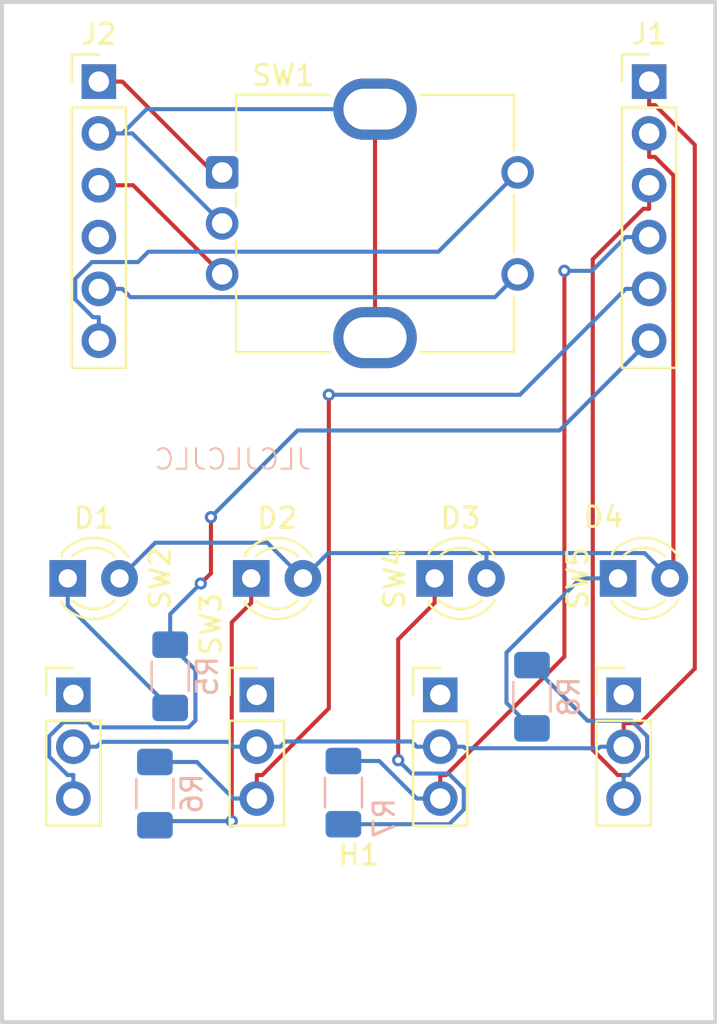
<source format=kicad_pcb>
(kicad_pcb (version 20240108) (generator "pcbnew") (generator_version "8.0")
  (layers (0 "F.Cu" signal) (31 "B.Cu" signal) (34 "B.Paste" user) (35 "F.Paste" user) (36 "B.SilkS" user "B.Silkscreen") (37 "F.SilkS" user "F.Silkscreen") (38 "B.Mask" user) (39 "F.Mask" user) (44 "Edge.Cuts" user))
  (net 0 "")
  (net 1 "Net-(J1-Pin_6)")
  (net 2 "Net-(J1-Pin_4)")
  (net 3 "Net-(J1-Pin_1)")
  (net 4 "Net-(J1-Pin_3)")
  (net 5 "Net-(J1-Pin_5)")
  (net 6 "Net-(J2-Pin_6)")
  (net 7 "Net-(J2-Pin_3)")
  (net 8 "Net-(J2-Pin_5)")
  (net 9 "Net-(J2-Pin_1)")
  (net 11 "Net-(J2-Pin_2)")
  (net 16 "Net-(D1-K)")
  (net 17 "Net-(D1-A)")
  (net 18 "Net-(D2-K)")
  (net 19 "Net-(D3-K)")
  (net 20 "Net-(D4-K)")
  (footprint "Connector_PinHeader_2.54mm:PinHeader_1x03_P2.54mm_Vertical" (layer "F.Cu") (at 166.5 87.96)
    (property "Reference" "SW5" (at -2.25 -5.709999 90) (layer "F.SilkS"))
    (property "Value" "SW_Push_SPDT")
    (fp_line (start -1.33 -1.33) (end 0 -1.33) (stroke (width 0.12)) (layer "F.SilkS"))
    (fp_line (start -1.33 0) (end -1.33 -1.33) (stroke (width 0.12)) (layer "F.SilkS"))
    (fp_line (start -1.33 1.27) (end -1.33 6.41) (stroke (width 0.12)) (layer "F.SilkS"))
    (fp_line (start -1.33 1.27) (end 1.33 1.27) (stroke (width 0.12)) (layer "F.SilkS"))
    (fp_line (start -1.33 6.41) (end 1.33 6.41) (stroke (width 0.12)) (layer "F.SilkS"))
    (fp_line (start 1.33 1.27) (end 1.33 6.41) (stroke (width 0.12)) (layer "F.SilkS"))
    (pad "1" thru_hole rect (at 0 0) (size 1.7 1.7) (drill 1) (layers "*.Cu" "*.Mask"))
    (pad "2" thru_hole oval (at 0 2.54) (size 1.7 1.7) (drill 1) (layers "*.Cu" "*.Mask") (net 3 "Net-(J1-Pin_1)"))
    (pad "3" thru_hole oval (at 0 5.08) (size 1.7 1.7) (drill 1) (layers "*.Cu" "*.Mask") (net 4 "Net-(J1-Pin_3)"))
  )
  (footprint "Connector_PinHeader_2.54mm:PinHeader_1x03_P2.54mm_Vertical" (layer "F.Cu") (at 148.5 87.96)
    (property "Reference" "SW3" (at -2.25 -3.46 90) (layer "F.SilkS"))
    (property "Value" "SW_Push_SPDT" (hide yes))
    (fp_line (start -1.33 -1.33) (end 0 -1.33) (stroke (width 0.12)) (layer "F.SilkS"))
    (fp_line (start -1.33 0) (end -1.33 -1.33) (stroke (width 0.12)) (layer "F.SilkS"))
    (fp_line (start -1.33 1.27) (end -1.33 6.41) (stroke (width 0.12)) (layer "F.SilkS"))
    (fp_line (start -1.33 1.27) (end 1.33 1.27) (stroke (width 0.12)) (layer "F.SilkS"))
    (fp_line (start -1.33 6.41) (end 1.33 6.41) (stroke (width 0.12)) (layer "F.SilkS"))
    (fp_line (start 1.33 1.27) (end 1.33 6.41) (stroke (width 0.12)) (layer "F.SilkS"))
    (pad "1" thru_hole rect (at 0 0) (size 1.7 1.7) (drill 1) (layers "*.Cu" "*.Mask"))
    (pad "2" thru_hole oval (at 0 2.54) (size 1.7 1.7) (drill 1) (layers "*.Cu" "*.Mask") (net 3 "Net-(J1-Pin_1)"))
    (pad "3" thru_hole oval (at 0 5.08) (size 1.7 1.7) (drill 1) (layers "*.Cu" "*.Mask") (net 5 "Net-(J1-Pin_5)"))
  )
  (footprint "LED_THT:LED_D3.0mm" (layer "F.Cu") (at 139.225 82.25)
    (property "Reference" "D1" (at 1.27 -2.96 0) (layer "F.SilkS"))
    (property "Value" "LED")
    (fp_line (start -0.29 -1.236) (end -0.29 -1.08) (stroke (width 0.12)) (layer "F.SilkS"))
    (fp_line (start -0.29 1.08) (end -0.29 1.236) (stroke (width 0.12)) (layer "F.SilkS"))
    (fp_arc (start -0.29 -1.235516) (mid 1.366487 -1.987659) (end 2.942335 -1.078608) (stroke (width 0.12)) (layer "F.SilkS"))
    (fp_arc (start 0.229039 -1.08) (mid 1.270117 -1.5) (end 2.31113 -1.079837) (stroke (width 0.12)) (layer "F.SilkS"))
    (fp_arc (start 2.31113 1.079837) (mid 1.270117 1.5) (end 0.229039 1.08) (stroke (width 0.12)) (layer "F.SilkS"))
    (fp_arc (start 2.942335 1.078608) (mid 1.366487 1.987659) (end -0.29 1.235516) (stroke (width 0.12)) (layer "F.SilkS"))
    (pad "1" thru_hole rect (at 0 0) (size 1.8 1.8) (drill 0.9) (layers "*.Cu" "*.Mask") (net 16 "Net-(D1-K)"))
    (pad "2" thru_hole circle (at 2.54 0) (size 1.8 1.8) (drill 0.9) (layers "*.Cu" "*.Mask") (net 17 "Net-(D1-A)"))
  )
  (footprint "Connector_PinHeader_2.54mm:PinHeader_1x03_P2.54mm_Vertical" (layer "F.Cu") (at 139.5 87.96)
    (property "Reference" "SW2" (at 4.25 -5.709999 90) (layer "F.SilkS"))
    (property "Value" "SW_Push_SPDT" (hide yes))
    (fp_line (start -1.33 -1.33) (end 0 -1.33) (stroke (width 0.12)) (layer "F.SilkS"))
    (fp_line (start -1.33 0) (end -1.33 -1.33) (stroke (width 0.12)) (layer "F.SilkS"))
    (fp_line (start -1.33 1.27) (end -1.33 6.41) (stroke (width 0.12)) (layer "F.SilkS"))
    (fp_line (start -1.33 1.27) (end 1.33 1.27) (stroke (width 0.12)) (layer "F.SilkS"))
    (fp_line (start -1.33 6.41) (end 1.33 6.41) (stroke (width 0.12)) (layer "F.SilkS"))
    (fp_line (start 1.33 1.27) (end 1.33 6.41) (stroke (width 0.12)) (layer "F.SilkS"))
    (pad "1" thru_hole rect (at 0 0) (size 1.7 1.7) (drill 1) (layers "*.Cu" "*.Mask"))
    (pad "2" thru_hole oval (at 0 2.54) (size 1.7 1.7) (drill 1) (layers "*.Cu" "*.Mask") (net 3 "Net-(J1-Pin_1)"))
    (pad "3" thru_hole oval (at 0 5.08) (size 1.7 1.7) (drill 1) (layers "*.Cu" "*.Mask") (net 1 "Net-(J1-Pin_6)"))
  )
  (footprint "Connector_PinHeader_2.54mm:PinHeader_1x06_P2.54mm_Vertical" (layer "F.Cu") (at 140.75 57.9)
    (property "Reference" "J2" (at 0 -2.33 0) (layer "F.SilkS"))
    (property "Value" "Conn_01x06_Pin")
    (fp_line (start -1.33 -1.33) (end 0 -1.33) (stroke (width 0.12)) (layer "F.SilkS"))
    (fp_line (start -1.33 0) (end -1.33 -1.33) (stroke (width 0.12)) (layer "F.SilkS"))
    (fp_line (start -1.33 1.27) (end -1.33 14.03) (stroke (width 0.12)) (layer "F.SilkS"))
    (fp_line (start -1.33 1.27) (end 1.33 1.27) (stroke (width 0.12)) (layer "F.SilkS"))
    (fp_line (start -1.33 14.03) (end 1.33 14.03) (stroke (width 0.12)) (layer "F.SilkS"))
    (fp_line (start 1.33 1.27) (end 1.33 14.03) (stroke (width 0.12)) (layer "F.SilkS"))
    (pad "1" thru_hole rect (at 0 0) (size 1.7 1.7) (drill 1) (layers "*.Cu" "*.Mask") (net 9 "Net-(J2-Pin_1)"))
    (pad "2" thru_hole oval (at 0 2.54) (size 1.7 1.7) (drill 1) (layers "*.Cu" "*.Mask") (net 11 "Net-(J2-Pin_2)"))
    (pad "3" thru_hole oval (at 0 5.08) (size 1.7 1.7) (drill 1) (layers "*.Cu" "*.Mask") (net 7 "Net-(J2-Pin_3)"))
    (pad "4" thru_hole oval (at 0 7.62) (size 1.7 1.7) (drill 1) (layers "*.Cu" "*.Mask"))
    (pad "5" thru_hole oval (at 0 10.16) (size 1.7 1.7) (drill 1) (layers "*.Cu" "*.Mask") (net 8 "Net-(J2-Pin_5)"))
    (pad "6" thru_hole oval (at 0 12.7) (size 1.7 1.7) (drill 1) (layers "*.Cu" "*.Mask") (net 6 "Net-(J2-Pin_6)"))
  )
  (footprint "LED_THT:LED_D3.0mm" (layer "F.Cu") (at 166.225 82.25)
    (property "Reference" "D4" (at -0.725 -3 0) (layer "F.SilkS"))
    (property "Value" "LED")
    (fp_line (start -0.29 -1.236) (end -0.29 -1.08) (stroke (width 0.12)) (layer "F.SilkS"))
    (fp_line (start -0.29 1.08) (end -0.29 1.236) (stroke (width 0.12)) (layer "F.SilkS"))
    (fp_arc (start -0.29 -1.235516) (mid 1.366487 -1.987659) (end 2.942335 -1.078608) (stroke (width 0.12)) (layer "F.SilkS"))
    (fp_arc (start 0.229039 -1.08) (mid 1.270117 -1.5) (end 2.31113 -1.079837) (stroke (width 0.12)) (layer "F.SilkS"))
    (fp_arc (start 2.31113 1.079837) (mid 1.270117 1.5) (end 0.229039 1.08) (stroke (width 0.12)) (layer "F.SilkS"))
    (fp_arc (start 2.942335 1.078608) (mid 1.366487 1.987659) (end -0.29 1.235516) (stroke (width 0.12)) (layer "F.SilkS"))
    (pad "1" thru_hole rect (at 0 0) (size 1.8 1.8) (drill 0.9) (layers "*.Cu" "*.Mask") (net 20 "Net-(D4-K)"))
    (pad "2" thru_hole circle (at 2.54 0) (size 1.8 1.8) (drill 0.9) (layers "*.Cu" "*.Mask") (net 17 "Net-(D1-A)"))
  )
  (footprint "MountingHole:MountingHole_3.2mm_M3" (layer "F.Cu") (at 153.5 100)
    (property "Reference" "H1" (at 0 -4.2 0) (layer "F.SilkS"))
    (property "Value" "MountingHole" (hide yes))
    (pad "" np_thru_hole circle (at 0 0) (size 3.2 3.2) (drill 3.2) (layers "*.Cu" "*.Mask"))
  )
  (footprint "Rotary_Encoder:RotaryEncoder_Bourns_Vertical_PEC12R-3x17F-Sxxxx" (layer "F.Cu") (at 146.8 62.35)
    (property "Reference" "SW1" (at 3 -4.75 180) (layer "F.SilkS"))
    (property "Value" "RotaryEncoder_Switch_MP" (hide yes))
    (fp_line (start 0.69 -3.81) (end 5.3 -3.81) (stroke (width 0.12)) (layer "F.SilkS"))
    (fp_line (start 0.69 -1.05) (end 0.69 -3.81) (stroke (width 0.12)) (layer "F.SilkS"))
    (fp_line (start 0.69 1.05) (end 0.69 1.65) (stroke (width 0.12)) (layer "F.SilkS"))
    (fp_line (start 0.69 3.35) (end 0.69 4.15) (stroke (width 0.12)) (layer "F.SilkS"))
    (fp_line (start 0.69 5.85) (end 0.69 8.81) (stroke (width 0.12)) (layer "F.SilkS"))
    (fp_line (start 5.3 8.81) (end 0.69 8.81) (stroke (width 0.12)) (layer "F.SilkS"))
    (fp_line (start 9.7 -3.8) (end 14.31 -3.8) (stroke (width 0.12)) (layer "F.SilkS"))
    (fp_line (start 14.31 -3.8) (end 14.31 -1.1) (stroke (width 0.12)) (layer "F.SilkS"))
    (fp_line (start 14.31 1.1) (end 14.31 3.9) (stroke (width 0.12)) (layer "F.SilkS"))
    (fp_line (start 14.31 6.1) (end 14.31 8.81) (stroke (width 0.12)) (layer "F.SilkS"))
    (fp_line (start 14.31 8.81) (end 9.7 8.81) (stroke (width 0.12)) (layer "F.SilkS"))
    (pad "A" thru_hole roundrect (at 0 0) (size 1.6 1.6) (drill 1) (layers "*.Cu" "*.Mask") (roundrect_rratio 0.15625) (net 9 "Net-(J2-Pin_1)"))
    (pad "B" thru_hole circle (at 0 5) (size 1.6 1.6) (drill 1) (layers "*.Cu" "*.Mask") (net 7 "Net-(J2-Pin_3)"))
    (pad "C" thru_hole circle (at 0 2.5) (size 1.6 1.6) (drill 1) (layers "*.Cu" "*.Mask") (net 11 "Net-(J2-Pin_2)"))
    (pad "S1" thru_hole circle (at 14.5 0) (size 1.6 1.6) (drill 1) (layers "*.Cu" "*.Mask") (net 6 "Net-(J2-Pin_6)"))
    (pad "S2" thru_hole circle (at 14.5 5) (size 1.6 1.6) (drill 1) (layers "*.Cu" "*.Mask") (net 8 "Net-(J2-Pin_5)"))
    (pad "SH" thru_hole oval (at 7.5 -3.1) (size 4.1 3) (drill oval 3.1 2) (layers "*.Cu" "*.Mask") (net 11 "Net-(J2-Pin_2)"))
    (pad "SH" thru_hole oval (at 7.5 8.1) (size 4.1 3) (drill oval 3.1 2) (layers "*.Cu" "*.Mask") (net 11 "Net-(J2-Pin_2)"))
  )
  (footprint "LED_THT:LED_D3.0mm" (layer "F.Cu") (at 148.225 82.25)
    (property "Reference" "D2" (at 1.27 -2.96 0) (layer "F.SilkS"))
    (property "Value" "LED")
    (fp_line (start -0.29 -1.236) (end -0.29 -1.08) (stroke (width 0.12)) (layer "F.SilkS"))
    (fp_line (start -0.29 1.08) (end -0.29 1.236) (stroke (width 0.12)) (layer "F.SilkS"))
    (fp_arc (start -0.29 -1.235516) (mid 1.366487 -1.987659) (end 2.942335 -1.078608) (stroke (width 0.12)) (layer "F.SilkS"))
    (fp_arc (start 0.229039 -1.08) (mid 1.270117 -1.5) (end 2.31113 -1.079837) (stroke (width 0.12)) (layer "F.SilkS"))
    (fp_arc (start 2.31113 1.079837) (mid 1.270117 1.5) (end 0.229039 1.08) (stroke (width 0.12)) (layer "F.SilkS"))
    (fp_arc (start 2.942335 1.078608) (mid 1.366487 1.987659) (end -0.29 1.235516) (stroke (width 0.12)) (layer "F.SilkS"))
    (pad "1" thru_hole rect (at 0 0) (size 1.8 1.8) (drill 0.9) (layers "*.Cu" "*.Mask") (net 18 "Net-(D2-K)"))
    (pad "2" thru_hole circle (at 2.54 0) (size 1.8 1.8) (drill 0.9) (layers "*.Cu" "*.Mask") (net 17 "Net-(D1-A)"))
  )
  (footprint "Connector_PinHeader_2.54mm:PinHeader_1x06_P2.54mm_Vertical" (layer "F.Cu") (at 167.75 57.9)
    (property "Reference" "J1" (at 0 -2.33 0) (layer "F.SilkS"))
    (property "Value" "Conn_01x06_Pin")
    (fp_line (start -1.33 -1.33) (end 0 -1.33) (stroke (width 0.12)) (layer "F.SilkS"))
    (fp_line (start -1.33 0) (end -1.33 -1.33) (stroke (width 0.12)) (layer "F.SilkS"))
    (fp_line (start -1.33 1.27) (end -1.33 14.03) (stroke (width 0.12)) (layer "F.SilkS"))
    (fp_line (start -1.33 1.27) (end 1.33 1.27) (stroke (width 0.12)) (layer "F.SilkS"))
    (fp_line (start -1.33 14.03) (end 1.33 14.03) (stroke (width 0.12)) (layer "F.SilkS"))
    (fp_line (start 1.33 1.27) (end 1.33 14.03) (stroke (width 0.12)) (layer "F.SilkS"))
    (pad "1" thru_hole rect (at 0 0) (size 1.7 1.7) (drill 1) (layers "*.Cu" "*.Mask") (net 3 "Net-(J1-Pin_1)"))
    (pad "2" thru_hole oval (at 0 2.54) (size 1.7 1.7) (drill 1) (layers "*.Cu" "*.Mask") (net 17 "Net-(D1-A)"))
    (pad "3" thru_hole oval (at 0 5.08) (size 1.7 1.7) (drill 1) (layers "*.Cu" "*.Mask") (net 4 "Net-(J1-Pin_3)"))
    (pad "4" thru_hole oval (at 0 7.62) (size 1.7 1.7) (drill 1) (layers "*.Cu" "*.Mask") (net 2 "Net-(J1-Pin_4)"))
    (pad "5" thru_hole oval (at 0 10.16) (size 1.7 1.7) (drill 1) (layers "*.Cu" "*.Mask") (net 5 "Net-(J1-Pin_5)"))
    (pad "6" thru_hole oval (at 0 12.7) (size 1.7 1.7) (drill 1) (layers "*.Cu" "*.Mask") (net 1 "Net-(J1-Pin_6)"))
  )
  (footprint "Connector_PinHeader_2.54mm:PinHeader_1x03_P2.54mm_Vertical" (layer "F.Cu") (at 157.5 87.96)
    (property "Reference" "SW4" (at -2.25 -5.709999 90) (layer "F.SilkS"))
    (property "Value" "SW_Push_SPDT")
    (fp_line (start -1.33 -1.33) (end 0 -1.33) (stroke (width 0.12)) (layer "F.SilkS"))
    (fp_line (start -1.33 0) (end -1.33 -1.33) (stroke (width 0.12)) (layer "F.SilkS"))
    (fp_line (start -1.33 1.27) (end -1.33 6.41) (stroke (width 0.12)) (layer "F.SilkS"))
    (fp_line (start -1.33 1.27) (end 1.33 1.27) (stroke (width 0.12)) (layer "F.SilkS"))
    (fp_line (start -1.33 6.41) (end 1.33 6.41) (stroke (width 0.12)) (layer "F.SilkS"))
    (fp_line (start 1.33 1.27) (end 1.33 6.41) (stroke (width 0.12)) (layer "F.SilkS"))
    (pad "1" thru_hole rect (at 0 0) (size 1.7 1.7) (drill 1) (layers "*.Cu" "*.Mask"))
    (pad "2" thru_hole oval (at 0 2.54) (size 1.7 1.7) (drill 1) (layers "*.Cu" "*.Mask") (net 3 "Net-(J1-Pin_1)"))
    (pad "3" thru_hole oval (at 0 5.08) (size 1.7 1.7) (drill 1) (layers "*.Cu" "*.Mask") (net 2 "Net-(J1-Pin_4)"))
  )
  (footprint "LED_THT:LED_D3.0mm" (layer "F.Cu") (at 157.225 82.25)
    (property "Reference" "D3" (at 1.27 -2.96 0) (layer "F.SilkS"))
    (property "Value" "LED")
    (fp_line (start -0.29 -1.236) (end -0.29 -1.08) (stroke (width 0.12)) (layer "F.SilkS"))
    (fp_line (start -0.29 1.08) (end -0.29 1.236) (stroke (width 0.12)) (layer "F.SilkS"))
    (fp_arc (start -0.29 -1.235516) (mid 1.366487 -1.987659) (end 2.942335 -1.078608) (stroke (width 0.12)) (layer "F.SilkS"))
    (fp_arc (start 0.229039 -1.08) (mid 1.270117 -1.5) (end 2.31113 -1.079837) (stroke (width 0.12)) (layer "F.SilkS"))
    (fp_arc (start 2.31113 1.079837) (mid 1.270117 1.5) (end 0.229039 1.08) (stroke (width 0.12)) (layer "F.SilkS"))
    (fp_arc (start 2.942335 1.078608) (mid 1.366487 1.987659) (end -0.29 1.235516) (stroke (width 0.12)) (layer "F.SilkS"))
    (pad "1" thru_hole rect (at 0 0) (size 1.8 1.8) (drill 0.9) (layers "*.Cu" "*.Mask") (net 19 "Net-(D3-K)"))
    (pad "2" thru_hole circle (at 2.54 0) (size 1.8 1.8) (drill 0.9) (layers "*.Cu" "*.Mask") (net 17 "Net-(D1-A)"))
  )
  (footprint "Resistor_SMD:R_1206_3216Metric_Pad1.30x1.75mm_HandSolder" (layer "B.Cu") (at 144.25 87.05 90)
    (property "Reference" "R5" (at 0 1.82 90) (layer "B.SilkS") (effects (justify mirror)))
    (property "Value" "1.8k")
    (fp_line (start 0.727064 -0.91) (end -0.727064 -0.91) (stroke (width 0.12)) (layer "B.SilkS"))
    (fp_line (start 0.727064 0.91) (end -0.727064 0.91) (stroke (width 0.12)) (layer "B.SilkS"))
    (pad "1" smd roundrect (at -1.55 0 90) (size 1.3 1.75) (layers "B.Cu" "B.Paste" "B.Mask") (roundrect_rratio 0.192308) (net 16 "Net-(D1-K)"))
    (pad "2" smd roundrect (at 1.55 0 90) (size 1.3 1.75) (layers "B.Cu" "B.Paste" "B.Mask") (roundrect_rratio 0.192308) (net 1 "Net-(J1-Pin_6)"))
  )
  (footprint "Resistor_SMD:R_1206_3216Metric_Pad1.30x1.75mm_HandSolder" (layer "B.Cu") (at 162 88.05 90)
    (property "Reference" "R8" (at 0 1.82 90) (layer "B.SilkS") (effects (justify mirror)))
    (property "Value" "1.8k")
    (fp_line (start 0.727064 -0.91) (end -0.727064 -0.91) (stroke (width 0.12)) (layer "B.SilkS"))
    (fp_line (start 0.727064 0.91) (end -0.727064 0.91) (stroke (width 0.12)) (layer "B.SilkS"))
    (pad "1" smd roundrect (at -1.55 0 90) (size 1.3 1.75) (layers "B.Cu" "B.Paste" "B.Mask") (roundrect_rratio 0.192308) (net 20 "Net-(D4-K)"))
    (pad "2" smd roundrect (at 1.55 0 90) (size 1.3 1.75) (layers "B.Cu" "B.Paste" "B.Mask") (roundrect_rratio 0.192308) (net 4 "Net-(J1-Pin_3)"))
  )
  (footprint "Resistor_SMD:R_1206_3216Metric_Pad1.30x1.75mm_HandSolder" (layer "B.Cu") (at 152.75 92.75 90)
    (property "Reference" "R7" (at -1.25 2 90) (layer "B.SilkS") (effects (justify mirror)))
    (property "Value" "1.8k")
    (fp_line (start 0.727064 -0.91) (end -0.727064 -0.91) (stroke (width 0.12)) (layer "B.SilkS"))
    (fp_line (start 0.727064 0.91) (end -0.727064 0.91) (stroke (width 0.12)) (layer "B.SilkS"))
    (pad "1" smd roundrect (at -1.55 0 90) (size 1.3 1.75) (layers "B.Cu" "B.Paste" "B.Mask") (roundrect_rratio 0.192308) (net 19 "Net-(D3-K)"))
    (pad "2" smd roundrect (at 1.55 0 90) (size 1.3 1.75) (layers "B.Cu" "B.Paste" "B.Mask") (roundrect_rratio 0.192308) (net 2 "Net-(J1-Pin_4)"))
  )
  (footprint "Resistor_SMD:R_1206_3216Metric_Pad1.30x1.75mm_HandSolder" (layer "B.Cu") (at 143.5 92.8 90)
    (property "Reference" "R6" (at 0 1.82 90) (layer "B.SilkS") (effects (justify mirror)))
    (property "Value" "1.8k")
    (fp_line (start 0.727064 -0.91) (end -0.727064 -0.91) (stroke (width 0.12)) (layer "B.SilkS"))
    (fp_line (start 0.727064 0.91) (end -0.727064 0.91) (stroke (width 0.12)) (layer "B.SilkS"))
    (pad "1" smd roundrect (at -1.55 0 90) (size 1.3 1.75) (layers "B.Cu" "B.Paste" "B.Mask") (roundrect_rratio 0.192308) (net 18 "Net-(D2-K)"))
    (pad "2" smd roundrect (at 1.55 0 90) (size 1.3 1.75) (layers "B.Cu" "B.Paste" "B.Mask") (roundrect_rratio 0.192308) (net 5 "Net-(J1-Pin_5)"))
  )
  (gr_rect (start 136 54) (end 171 104) (stroke (width 0.2)) (fill none) (layer "Edge.Cuts"))
  (gr_text "JLCJLCJLC" (at 151.25 77 0) (layer "B.SilkS") (effects (font (size 1 1) (thickness 0.1)) (justify left bottom mirror)))
  (segment (start 146.25 82) (end 145.75 82.5) (width 0.2) (layer "F.Cu") (net 1))
  (segment (start 146.25 79.25) (end 146.25 82) (width 0.2) (layer "F.Cu") (net 1))
  (via (at 145.75 82.5) (size 0.6) (drill 0.3) (layers "F.Cu" "B.Cu") (net 1))
  (via (at 146.25 79.25) (size 0.6) (drill 0.3) (layers "F.Cu" "B.Cu") (net 1))
  (segment (start 144.25 84) (end 144.25 85.5) (width 0.2) (layer "B.Cu") (net 1))
  (segment (start 163.35 75) (end 162.25 75) (width 0.2) (layer "B.Cu") (net 1))
  (segment (start 139.5 91.8883) (end 139.2121 91.8883) (width 0.2) (layer "B.Cu") (net 1))
  (segment (start 140.4527 89.5527) (end 145.1481 89.5527) (width 0.2) (layer "B.Cu") (net 1))
  (segment (start 145.1481 89.5527) (end 145.4886 89.2122) (width 0.2) (layer "B.Cu") (net 1))
  (segment (start 140.2015 89.3015) (end 140.4527 89.5527) (width 0.2) (layer "B.Cu") (net 1))
  (segment (start 138.3133 89.9915) (end 139.0033 89.3015) (width 0.2) (layer "B.Cu") (net 1))
  (segment (start 139.2121 91.8883) (end 138.3133 90.9895) (width 0.2) (layer "B.Cu") (net 1))
  (segment (start 150.5 75) (end 146.25 79.25) (width 0.2) (layer "B.Cu") (net 1))
  (segment (start 139.5 93.04) (end 139.5 91.8883) (width 0.2) (layer "B.Cu") (net 1))
  (segment (start 145.75 82.5) (end 144.25 84) (width 0.2) (layer "B.Cu") (net 1))
  (segment (start 139.0033 89.3015) (end 140.2015 89.3015) (width 0.2) (layer "B.Cu") (net 1))
  (segment (start 145.4886 89.2122) (end 145.4886 86.7386) (width 0.2) (layer "B.Cu") (net 1))
  (segment (start 167.75 70.6) (end 163.35 75) (width 0.2) (layer "B.Cu") (net 1))
  (segment (start 162.25 75) (end 150.5 75) (width 0.2) (layer "B.Cu") (net 1))
  (segment (start 138.3133 90.9895) (end 138.3133 89.9915) (width 0.2) (layer "B.Cu") (net 1))
  (segment (start 145.4886 86.7386) (end 144.25 85.5) (width 0.2) (layer "B.Cu") (net 1))
  (segment (start 157.788 91.8883) (end 163.5921 86.0842) (width 0.2) (layer "F.Cu") (net 2))
  (segment (start 157.5 91.8883) (end 157.788 91.8883) (width 0.2) (layer "F.Cu") (net 2))
  (segment (start 163.5921 86.0842) (end 163.5921 67.175) (width 0.2) (layer "F.Cu") (net 2))
  (segment (start 157.5 93.04) (end 157.5 91.8883) (width 0.2) (layer "F.Cu") (net 2))
  (via (at 163.5921 67.175) (size 0.6) (drill 0.3) (layers "F.Cu" "B.Cu") (net 2))
  (segment (start 152.75 91.2) (end 154.5083 91.2) (width 0.2) (layer "B.Cu") (net 2))
  (segment (start 154.5083 91.2) (end 156.3483 93.04) (width 0.2) (layer "B.Cu") (net 2))
  (segment (start 166.5983 65.52) (end 164.9433 67.175) (width 0.2) (layer "B.Cu") (net 2))
  (segment (start 157.5 93.04) (end 156.3483 93.04) (width 0.2) (layer "B.Cu") (net 2))
  (segment (start 167.75 65.52) (end 166.5983 65.52) (width 0.2) (layer "B.Cu") (net 2))
  (segment (start 164.9433 67.175) (end 163.5921 67.175) (width 0.2) (layer "B.Cu") (net 2))
  (segment (start 167.3145 89.3483) (end 166.5 89.3483) (width 0.2) (layer "F.Cu") (net 3))
  (segment (start 169.9899 61.0037) (end 169.9899 86.6729) (width 0.2) (layer "F.Cu") (net 3))
  (segment (start 166.5 90.5) (end 166.5 89.3483) (width 0.2) (layer "F.Cu") (net 3))
  (segment (start 169.9899 86.6729) (end 167.3145 89.3483) (width 0.2) (layer "F.Cu") (net 3))
  (segment (start 167.75 59.0517) (end 168.0379 59.0517) (width 0.2) (layer "F.Cu") (net 3))
  (segment (start 167.75 57.9) (end 167.75 59.0517) (width 0.2) (layer "F.Cu") (net 3))
  (segment (start 168.0379 59.0517) (end 169.9899 61.0037) (width 0.2) (layer "F.Cu") (net 3))
  (segment (start 157.5 90.5) (end 158.6517 90.5) (width 0.2) (layer "B.Cu") (net 3))
  (segment (start 158.7284 90.5767) (end 165.2716 90.5767) (width 0.2) (layer "B.Cu") (net 3))
  (segment (start 147.1093 90.261) (end 147.3483 90.5) (width 0.2) (layer "B.Cu") (net 3))
  (segment (start 165.2716 90.5767) (end 165.3483 90.5) (width 0.2) (layer "B.Cu") (net 3))
  (segment (start 148.5 90.5) (end 147.3483 90.5) (width 0.2) (layer "B.Cu") (net 3))
  (segment (start 156.3483 90.5) (end 156.0922 90.2439) (width 0.2) (layer "B.Cu") (net 3))
  (segment (start 156.9242 90.5) (end 156.3483 90.5) (width 0.2) (layer "B.Cu") (net 3))
  (segment (start 156.9242 90.5) (end 157.5 90.5) (width 0.2) (layer "B.Cu") (net 3))
  (segment (start 149.9078 90.2439) (end 149.6517 90.5) (width 0.2) (layer "B.Cu") (net 3))
  (segment (start 148.5 90.5) (end 149.6517 90.5) (width 0.2) (layer "B.Cu") (net 3))
  (segment (start 140.6517 90.5) (end 140.8907 90.261) (width 0.2) (layer "B.Cu") (net 3))
  (segment (start 166.5 90.5) (end 165.3483 90.5) (width 0.2) (layer "B.Cu") (net 3))
  (segment (start 139.5 90.5) (end 140.6517 90.5) (width 0.2) (layer "B.Cu") (net 3))
  (segment (start 156.0922 90.2439) (end 149.9078 90.2439) (width 0.2) (layer "B.Cu") (net 3))
  (segment (start 158.6517 90.5) (end 158.7284 90.5767) (width 0.2) (layer "B.Cu") (net 3))
  (segment (start 140.8907 90.261) (end 147.1093 90.261) (width 0.2) (layer "B.Cu") (net 3))
  (segment (start 167.75 62.98) (end 167.75 64.1317) (width 0.2) (layer "F.Cu") (net 4))
  (segment (start 167.75 64.1317) (end 167.4621 64.1317) (width 0.2) (layer "F.Cu") (net 4))
  (segment (start 166.2121 91.8883) (end 166.5 91.8883) (width 0.2) (layer "F.Cu") (net 4))
  (segment (start 164.9835 90.6597) (end 166.2121 91.8883) (width 0.2) (layer "F.Cu") (net 4))
  (segment (start 166.5 93.04) (end 166.5 91.8883) (width 0.2) (layer "F.Cu") (net 4))
  (segment (start 167.4621 64.1317) (end 164.9835 66.6103) (width 0.2) (layer "F.Cu") (net 4))
  (segment (start 164.9835 66.6103) (end 164.9835 90.6597) (width 0.2) (layer "F.Cu") (net 4))
  (segment (start 162 86.5) (end 164.73 89.23) (width 0.2) (layer "B.Cu") (net 4))
  (segment (start 167.6518 89.991) (end 167.6518 91.005) (width 0.2) (layer "B.Cu") (net 4))
  (segment (start 166.8908 89.23) (end 167.6518 89.991) (width 0.2) (layer "B.Cu") (net 4))
  (segment (start 167.6518 91.005) (end 166.7685 91.8883) (width 0.2) (layer "B.Cu") (net 4))
  (segment (start 166.5 93.04) (end 166.5 91.8883) (width 0.2) (layer "B.Cu") (net 4))
  (segment (start 166.7685 91.8883) (end 166.5 91.8883) (width 0.2) (layer "B.Cu") (net 4))
  (segment (start 164.73 89.23) (end 166.8908 89.23) (width 0.2) (layer "B.Cu") (net 4))
  (segment (start 152.0337 88.6231) (end 148.7685 91.8883) (width 0.2) (layer "F.Cu") (net 5))
  (segment (start 148.5 93.04) (end 148.5 91.8883) (width 0.2) (layer "F.Cu") (net 5))
  (segment (start 148.7685 91.8883) (end 148.5 91.8883) (width 0.2) (layer "F.Cu") (net 5))
  (segment (start 152.0337 73.25) (end 152.0337 88.6231) (width 0.2) (layer "F.Cu") (net 5))
  (via (at 152.0337 73.25) (size 0.6) (drill 0.3) (layers "F.Cu" "B.Cu") (net 5))
  (segment (start 143.5 91.25) (end 145.5583 91.25) (width 0.2) (layer "B.Cu") (net 5))
  (segment (start 148.5 93.04) (end 147.3483 93.04) (width 0.2) (layer "B.Cu") (net 5))
  (segment (start 167.75 68.06) (end 166.5983 68.06) (width 0.2) (layer "B.Cu") (net 5))
  (segment (start 161.4083 73.25) (end 152.0337 73.25) (width 0.2) (layer "B.Cu") (net 5))
  (segment (start 166.5983 68.06) (end 161.4083 73.25) (width 0.2) (layer "B.Cu") (net 5))
  (segment (start 145.5583 91.25) (end 147.3483 93.04) (width 0.2) (layer "B.Cu") (net 5))
  (segment (start 157.4125 66.2375) (end 161.3 62.35) (width 0.2) (layer "B.Cu") (net 6))
  (segment (start 143.179 66.2375) (end 157.4125 66.2375) (width 0.2) (layer "B.Cu") (net 6))
  (segment (start 140.75 70.6) (end 140.75 69.4483) (width 0.2) (layer "B.Cu") (net 6))
  (segment (start 140.75 69.4483) (end 140.4621 69.4483) (width 0.2) (layer "B.Cu") (net 6))
  (segment (start 140.4621 69.4483) (end 139.5943 68.5805) (width 0.2) (layer "B.Cu") (net 6))
  (segment (start 140.4115 66.7445) (end 142.672 66.7445) (width 0.2) (layer "B.Cu") (net 6))
  (segment (start 139.5943 67.5617) (end 140.4115 66.7445) (width 0.2) (layer "B.Cu") (net 6))
  (segment (start 139.5943 68.5805) (end 139.5943 67.5617) (width 0.2) (layer "B.Cu") (net 6))
  (segment (start 142.672 66.7445) (end 143.179 66.2375) (width 0.2) (layer "B.Cu") (net 6))
  (segment (start 146.8 67.35) (end 142.43 62.98) (width 0.2) (layer "F.Cu") (net 7))
  (segment (start 142.43 62.98) (end 140.75 62.98) (width 0.2) (layer "F.Cu") (net 7))
  (segment (start 142.3072 68.4655) (end 160.1845 68.4655) (width 0.2) (layer "B.Cu") (net 8))
  (segment (start 160.1845 68.4655) (end 161.3 67.35) (width 0.2) (layer "B.Cu") (net 8))
  (segment (start 140.75 68.06) (end 141.9017 68.06) (width 0.2) (layer "B.Cu") (net 8))
  (segment (start 141.9017 68.06) (end 142.3072 68.4655) (width 0.2) (layer "B.Cu") (net 8))
  (segment (start 140.75 57.9) (end 141.9017 57.9) (width 0.2) (layer "F.Cu") (net 9))
  (segment (start 146.8 62.35) (end 146.3517 62.35) (width 0.2) (layer "F.Cu") (net 9))
  (segment (start 146.3517 62.35) (end 141.9017 57.9) (width 0.2) (layer "F.Cu") (net 9))
  (segment (start 154.3 70.45) (end 154.3 59.25) (width 0.2) (layer "F.Cu") (net 11))
  (segment (start 146.8 64.85) (end 142.39 60.44) (width 0.2) (layer "B.Cu") (net 11))
  (segment (start 142.39 60.44) (end 141.9017 60.44) (width 0.2) (layer "B.Cu") (net 11))
  (segment (start 154.3 59.25) (end 143.0917 59.25) (width 0.2) (layer "B.Cu") (net 11))
  (segment (start 143.0917 59.25) (end 141.9017 60.44) (width 0.2) (layer "B.Cu") (net 11))
  (segment (start 140.75 60.44) (end 141.9017 60.44) (width 0.2) (layer "B.Cu") (net 11))
  (segment (start 144.25 88.6) (end 139.225 83.575) (width 0.2) (layer "B.Cu") (net 16))
  (segment (start 139.225 83.575) (end 139.225 82.25) (width 0.2) (layer "B.Cu") (net 16))
  (segment (start 168.9397 62.4935) (end 168.9397 82.0753) (width 0.2) (layer "F.Cu") (net 17))
  (segment (start 167.75 61.5917) (end 168.0379 61.5917) (width 0.2) (layer "F.Cu") (net 17))
  (segment (start 168.0379 61.5917) (end 168.9397 62.4935) (width 0.2) (layer "F.Cu") (net 17))
  (segment (start 167.75 60.44) (end 167.75 61.5917) (width 0.2) (layer "F.Cu") (net 17))
  (segment (start 168.9397 82.0753) (end 168.765 82.25) (width 0.2) (layer "F.Cu") (net 17))
  (segment (start 159.765 81.0085) (end 152.0065 81.0085) (width 0.2) (layer "B.Cu") (net 17))
  (segment (start 152.0065 81.0085) (end 150.765 82.25) (width 0.2) (layer "B.Cu") (net 17))
  (segment (start 168.765 82.25) (end 167.5235 81.0085) (width 0.2) (layer "B.Cu") (net 17))
  (segment (start 143.515 80.5) (end 141.765 82.25) (width 0.2) (layer "B.Cu") (net 17))
  (segment (start 149.015 80.5) (end 143.515 80.5) (width 0.2) (layer "B.Cu") (net 17))
  (segment (start 150.765 82.25) (end 149.015 80.5) (width 0.2) (layer "B.Cu") (net 17))
  (segment (start 167.5235 81.0085) (end 159.765 81.0085) (width 0.2) (layer "B.Cu") (net 17))
  (segment (start 159.765 82.25) (end 159.765 81.0085) (width 0.2) (layer "B.Cu") (net 17))
  (segment (start 148.225 83.4517) (end 147.2703 84.4064) (width 0.2) (layer "F.Cu") (net 18))
  (segment (start 147.2703 84.4064) (end 147.2703 94.148) (width 0.2) (layer "F.Cu") (net 18))
  (segment (start 148.225 82.25) (end 148.225 83.4517) (width 0.2) (layer "F.Cu") (net 18))
  (via (at 147.2703 94.148) (size 0.6) (drill 0.3) (layers "F.Cu" "B.Cu") (net 18))
  (segment (start 143.702 94.148) (end 143.5 94.35) (width 0.2) (layer "B.Cu") (net 18))
  (segment (start 147.2703 94.148) (end 143.702 94.148) (width 0.2) (layer "B.Cu") (net 18))
  (segment (start 157.225 82.25) (end 157.225 83.4517) (width 0.2) (layer "F.Cu") (net 19))
  (segment (start 155.4367 91.1605) (end 155.4367 85.24) (width 0.2) (layer "F.Cu") (net 19))
  (segment (start 155.4367 85.24) (end 157.225 83.4517) (width 0.2) (layer "F.Cu") (net 19))
  (via (at 155.4367 91.1605) (size 0.6) (drill 0.3) (layers "F.Cu" "B.Cu") (net 19))
  (segment (start 158.6517 93.5872) (end 158.6517 92.5555) (width 0.2) (layer "B.Cu") (net 19))
  (segment (start 158.6517 92.5555) (end 157.9117 91.8155) (width 0.2) (layer "B.Cu") (net 19))
  (segment (start 157.9117 91.8155) (end 156.0917 91.8155) (width 0.2) (layer "B.Cu") (net 19))
  (segment (start 157.9389 94.3) (end 158.6517 93.5872) (width 0.2) (layer "B.Cu") (net 19))
  (segment (start 152.75 94.3) (end 157.9389 94.3) (width 0.2) (layer "B.Cu") (net 19))
  (segment (start 156.0917 91.8155) (end 155.4367 91.1605) (width 0.2) (layer "B.Cu") (net 19))
  (segment (start 164.3864 82.25) (end 166.225 82.25) (width 0.2) (layer "B.Cu") (net 20))
  (segment (start 160.7501 85.8863) (end 164.3864 82.25) (width 0.2) (layer "B.Cu") (net 20))
  (segment (start 160.7501 88.3501) (end 160.7501 85.8863) (width 0.2) (layer "B.Cu") (net 20))
  (segment (start 162 89.6) (end 160.7501 88.3501) (width 0.2) (layer "B.Cu") (net 20))
)
</source>
